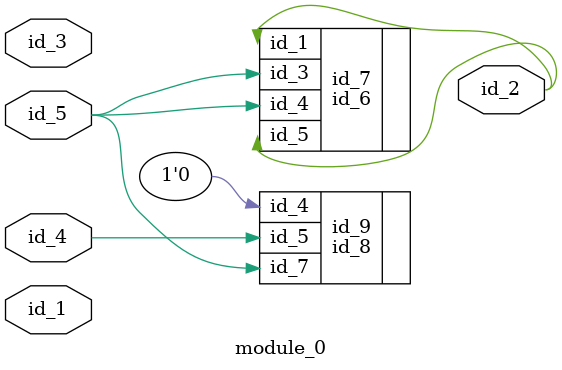
<source format=v>
module module_0 (
    id_1,
    id_2,
    id_3,
    id_4,
    id_5
);
  input id_5;
  input id_4;
  input id_3;
  output id_2;
  input id_1;
  id_6 id_7 (
      .id_5(id_2),
      .id_3(id_5),
      .id_4(id_5),
      .id_4(id_5),
      .id_1(id_2)
  );
  id_8 id_9 (
      .id_4(1'd0),
      .id_7(id_5),
      .id_5(id_4)
  );
  always @(*) begin
  end
endmodule

</source>
